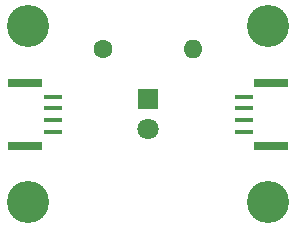
<source format=gbr>
%TF.GenerationSoftware,KiCad,Pcbnew,7.0.2-6a45011f42~172~ubuntu22.04.1*%
%TF.CreationDate,2023-09-06T17:33:04-07:00*%
%TF.ProjectId,basic_led,62617369-635f-46c6-9564-2e6b69636164,rev?*%
%TF.SameCoordinates,Original*%
%TF.FileFunction,Soldermask,Top*%
%TF.FilePolarity,Negative*%
%FSLAX46Y46*%
G04 Gerber Fmt 4.6, Leading zero omitted, Abs format (unit mm)*
G04 Created by KiCad (PCBNEW 7.0.2-6a45011f42~172~ubuntu22.04.1) date 2023-09-06 17:33:04*
%MOMM*%
%LPD*%
G01*
G04 APERTURE LIST*
%ADD10C,3.570000*%
%ADD11R,1.800000X1.800000*%
%ADD12C,1.800000*%
%ADD13R,1.600000X0.400000*%
%ADD14R,3.000000X0.800000*%
%ADD15C,1.600000*%
%ADD16O,1.600000X1.600000*%
G04 APERTURE END LIST*
D10*
%TO.C,M1*%
X52540000Y-52540000D03*
%TD*%
%TO.C,M2*%
X72860000Y-52540000D03*
%TD*%
%TO.C,M3*%
X72860000Y-67460000D03*
%TD*%
%TO.C,M4*%
X52540000Y-67460000D03*
%TD*%
D11*
%TO.C,D1*%
X62700000Y-58730000D03*
D12*
X62700000Y-61270000D03*
%TD*%
D13*
%TO.C,J1*%
X54625000Y-61500000D03*
X54625000Y-60500000D03*
X54625000Y-59500000D03*
X54625000Y-58500000D03*
D14*
X52300000Y-57350000D03*
X52300000Y-62650000D03*
%TD*%
%TO.C,J2*%
X73100000Y-57350000D03*
X73100000Y-62650000D03*
D13*
X70775000Y-61500000D03*
X70775000Y-60500000D03*
X70775000Y-59500000D03*
X70775000Y-58500000D03*
%TD*%
D15*
%TO.C,R1*%
X58890000Y-54500000D03*
D16*
X66510000Y-54500000D03*
%TD*%
M02*

</source>
